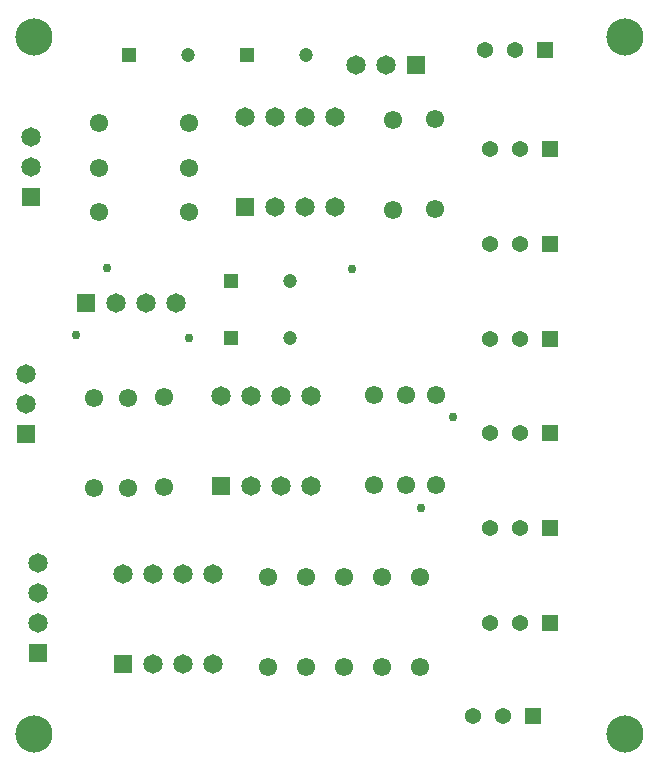
<source format=gbs>
G04*
G04 #@! TF.GenerationSoftware,Altium Limited,Altium Designer,23.0.1 (38)*
G04*
G04 Layer_Color=16711935*
%FSLAX25Y25*%
%MOIN*%
G70*
G04*
G04 #@! TF.SameCoordinates,7B218C2A-F859-486B-BE56-2060E057D8DB*
G04*
G04*
G04 #@! TF.FilePolarity,Negative*
G04*
G01*
G75*
%ADD16R,0.06496X0.06496*%
%ADD17C,0.06496*%
%ADD18R,0.05386X0.05386*%
%ADD19C,0.05386*%
%ADD20C,0.12402*%
%ADD21C,0.06102*%
%ADD22R,0.04724X0.04724*%
%ADD23C,0.04724*%
%ADD24R,0.06496X0.06496*%
%ADD25C,0.02953*%
D16*
X31118Y157501D02*
D03*
X140900Y236900D02*
D03*
D17*
X41118Y157501D02*
D03*
X51118D02*
D03*
X61118D02*
D03*
X120900Y236900D02*
D03*
X130900D02*
D03*
X73189Y66985D02*
D03*
X63189D02*
D03*
X53189D02*
D03*
X43189D02*
D03*
X73189Y36985D02*
D03*
X63189D02*
D03*
X53189D02*
D03*
X114000Y219300D02*
D03*
X104000D02*
D03*
X94000D02*
D03*
X84000D02*
D03*
X114000Y189300D02*
D03*
X104000D02*
D03*
X94000D02*
D03*
X12600Y212900D02*
D03*
Y202900D02*
D03*
X11000Y133800D02*
D03*
Y123800D02*
D03*
X15000Y50800D02*
D03*
Y60800D02*
D03*
Y70800D02*
D03*
X106126Y126363D02*
D03*
X96126D02*
D03*
X86126D02*
D03*
X76126D02*
D03*
X106126Y96363D02*
D03*
X96126D02*
D03*
X86126D02*
D03*
D18*
X180118Y19875D02*
D03*
X185752Y50871D02*
D03*
Y82443D02*
D03*
Y114014D02*
D03*
Y145586D02*
D03*
Y177157D02*
D03*
Y208729D02*
D03*
X184000Y241800D02*
D03*
D19*
X170118Y19875D02*
D03*
X160118D02*
D03*
X175752Y50871D02*
D03*
X165752D02*
D03*
X175752Y82443D02*
D03*
X165752D02*
D03*
X175752Y114014D02*
D03*
X165752D02*
D03*
X175752Y145586D02*
D03*
X165752D02*
D03*
X175752Y177157D02*
D03*
X165752D02*
D03*
X175752Y208729D02*
D03*
X165752D02*
D03*
X174000Y241800D02*
D03*
X164000D02*
D03*
D20*
X210630Y246063D02*
D03*
Y13780D02*
D03*
X13780D02*
D03*
Y246063D02*
D03*
D21*
X133500Y188300D02*
D03*
Y218300D02*
D03*
X65500Y187800D02*
D03*
X35500D02*
D03*
X65500Y202550D02*
D03*
X35500D02*
D03*
X65500Y217300D02*
D03*
X35500D02*
D03*
X142189Y35985D02*
D03*
Y65985D02*
D03*
X129564D02*
D03*
Y35985D02*
D03*
X116939Y65985D02*
D03*
Y35985D02*
D03*
X104314D02*
D03*
Y65985D02*
D03*
X91689D02*
D03*
Y35985D02*
D03*
X137626Y126869D02*
D03*
Y96869D02*
D03*
X127126D02*
D03*
Y126869D02*
D03*
X147626D02*
D03*
Y96869D02*
D03*
X57000Y126100D02*
D03*
Y96100D02*
D03*
X45126Y95863D02*
D03*
Y125863D02*
D03*
X33626Y95863D02*
D03*
Y125863D02*
D03*
X147500Y218800D02*
D03*
Y188800D02*
D03*
D22*
X84583Y240178D02*
D03*
X45213D02*
D03*
X79189Y164800D02*
D03*
X79346Y145800D02*
D03*
D23*
X104268Y240178D02*
D03*
X64898D02*
D03*
X98874Y164800D02*
D03*
X99032Y145800D02*
D03*
D24*
X43189Y36985D02*
D03*
X84000Y189300D02*
D03*
X12600Y192900D02*
D03*
X11000Y113800D02*
D03*
X15000Y40800D02*
D03*
X76126Y96363D02*
D03*
D25*
X65354Y145800D02*
D03*
X37900Y169000D02*
D03*
X27600Y146700D02*
D03*
X142700Y89000D02*
D03*
X153200Y119500D02*
D03*
X119800Y168800D02*
D03*
M02*

</source>
